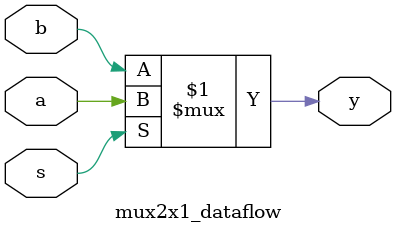
<source format=v>
module mux2x1_dataflow (a, b, s, y);

	input a, b, s;
	output y;

//	assign y = (~s & a) | (s & b);
	assign y = s ? a : b;	

endmodule

</source>
